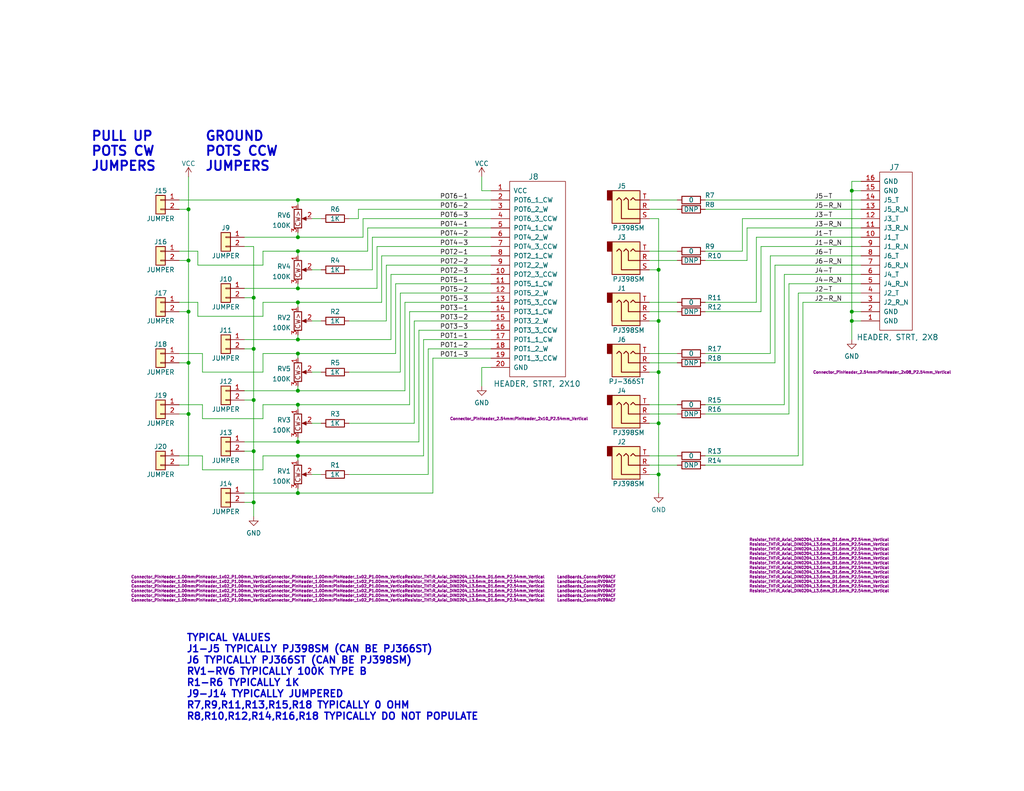
<source format=kicad_sch>
(kicad_sch (version 20230121) (generator eeschema)
  (paper "A")
  (title_block (title "6 POTS, 6 JACKS") (date "2022-10-28") (rev "1") (comment 1 "GENERIC EURORACK PANEL") (comment 2 "https://note.com/solder_state/n/nffc1a33053be"))
  (lib_symbols
    (symbol "Connector:AudioJack3"
      (property "Reference" "J" (at 0 8.89 0))
      (property "Value" "AudioJack3" (at 0 6.35 0))
      (symbol "AudioJack3_0_1"
        (rectangle (start -5.08 -5.08) (end -6.35 -2.54) (stroke (width 0.254)) (fill (type outline)))
        (polyline (pts (xy 0 -2.54) (xy 0.635 -3.175) (xy 1.27 -2.54) (xy 2.54 -2.54)) (stroke (width 0.254)))
        (polyline (pts (xy -1.905 -2.54) (xy -1.27 -3.175) (xy -0.635 -2.54) (xy -0.635 0) (xy 2.54 0)) (stroke (width 0.254)))
        (polyline (pts (xy 2.54 2.54) (xy -2.54 2.54) (xy -2.54 -2.54) (xy -3.175 -3.175) (xy -3.81 -2.54)) (stroke (width 0.254)))
        (rectangle (start 2.54 3.81) (end -5.08 -5.08) (stroke (width 0.254)) (fill (type background)))
      )
      (symbol "AudioJack3_1_1"
        (pin passive line (at 5.08 0 180) (length 2.54) (name "~") (number "R"))
        (pin passive line (at 5.08 2.54 180) (length 2.54) (name "~") (number "S"))
        (pin passive line (at 5.08 -2.54 180) (length 2.54) (name "~") (number "T"))
      )
    )
    (symbol "Connector_Generic:Conn_01x02" (pin_names (offset 1.016) hide)
      (property "Reference" "J" (at 0 2.54 0))
      (property "Value" "Conn_01x02" (at 0 -5.08 0))
      (symbol "Conn_01x02_1_1"
        (rectangle (start -1.27 -2.413) (end 0 -2.667) (stroke (width 0.1524)))
        (rectangle (start -1.27 0.127) (end 0 -0.127) (stroke (width 0.1524)))
        (rectangle (start -1.27 1.27) (end 1.27 -3.81) (stroke (width 0.254)) (fill (type background)))
        (pin passive line (at -5.08 0 0) (length 3.81) (name "Pin_1") (number "1"))
        (pin passive line (at -5.08 -2.54 0) (length 3.81) (name "Pin_2") (number "2"))
      )
    )
    (symbol "Device:R" (pin_numbers hide) (pin_names (offset 0))
      (property "Reference" "R" (at 2.032 0 90))
      (property "Value" "R" (at 0 0 90))
      (symbol "R_0_1"
        (rectangle (start -1.016 -2.54) (end 1.016 2.54) (stroke (width 0.254)))
      )
      (symbol "R_1_1"
        (pin passive line (at 0 3.81 270) (length 1.27) (name "~") (number "1"))
        (pin passive line (at 0 -3.81 90) (length 1.27) (name "~") (number "2"))
      )
    )
    (symbol "LandBoards_Conns:PROTO02_JACKS" (pin_names (offset 1.016))
      (property "Reference" "J" (at 0 22.86 0))
      (property "Value" "PROTO02_JACKS" (at 0 -22.86 0))
      (symbol "PROTO02_JACKS_0_1"
        (rectangle (start -5.08 21.59) (end 3.81 -21.59))
      )
      (symbol "PROTO02_JACKS_1_1"
        (pin power_in line (at 8.89 -19.05 180) (length 5.08) (name "GND") (number "1"))
        (pin passive line (at 8.89 3.81 180) (length 5.08) (name "J1_T") (number "10"))
        (pin passive line (at 8.89 6.35 180) (length 5.08) (name "J3_R_N") (number "11"))
        (pin passive line (at 8.89 8.89 180) (length 5.08) (name "J3_T") (number "12"))
        (pin passive line (at 8.89 11.43 180) (length 5.08) (name "J5_R_N") (number "13"))
        (pin passive line (at 8.89 13.97 180) (length 5.08) (name "J5_T") (number "14"))
        (pin power_in line (at 8.89 16.51 180) (length 5.08) (name "GND") (number "15"))
        (pin power_in line (at 8.89 19.05 180) (length 5.08) (name "GND") (number "16"))
        (pin power_in line (at 8.89 -16.51 180) (length 5.08) (name "GND") (number "2"))
        (pin passive line (at 8.89 -13.97 180) (length 5.08) (name "J2_R_N") (number "3"))
        (pin passive line (at 8.89 -11.43 180) (length 5.08) (name "J2_T") (number "4"))
        (pin passive line (at 8.89 -8.89 180) (length 5.08) (name "J4_R_N") (number "5"))
        (pin passive line (at 8.89 -6.35 180) (length 5.08) (name "J4_T") (number "6"))
        (pin passive line (at 8.89 -3.81 180) (length 5.08) (name "J6_R_N") (number "7"))
        (pin passive line (at 8.89 -1.27 180) (length 5.08) (name "J6_T") (number "8"))
        (pin passive line (at 8.89 1.27 180) (length 5.08) (name "J1_R_N") (number "9"))
      )
    )
    (symbol "LandBoards_Conns:PROTO02_POTS" (pin_names (offset 1.016))
      (property "Reference" "J" (at -1.27 27.94 0))
      (property "Value" "PROTO02_POTS" (at 0 -27.94 0))
      (symbol "PROTO02_POTS_0_1"
        (rectangle (start -8.89 26.67) (end 6.35 -26.67))
      )
      (symbol "PROTO02_POTS_1_1"
        (pin power_in line (at 11.43 24.13 180) (length 5.08) (name "VCC") (number "1"))
        (pin passive line (at 11.43 1.27 180) (length 5.08) (name "POT2_3_CCW") (number "10"))
        (pin passive line (at 11.43 -1.27 180) (length 5.08) (name "POT5_1_CW") (number "11"))
        (pin passive line (at 11.43 -3.81 180) (length 5.08) (name "POT5_2_W") (number "12"))
        (pin passive line (at 11.43 -6.35 180) (length 5.08) (name "POT5_3_CCW") (number "13"))
        (pin passive line (at 11.43 -8.89 180) (length 5.08) (name "POT3_1_CW") (number "14"))
        (pin passive line (at 11.43 -11.43 180) (length 5.08) (name "POT3_2_W") (number "15"))
        (pin passive line (at 11.43 -13.97 180) (length 5.08) (name "POT3_3_CCW") (number "16"))
        (pin passive line (at 11.43 -16.51 180) (length 5.08) (name "POT1_1_CW") (number "17"))
        (pin passive line (at 11.43 -19.05 180) (length 5.08) (name "POT1_2_W") (number "18"))
        (pin passive line (at 11.43 -21.59 180) (length 5.08) (name "POT1_3_CCW") (number "19"))
        (pin passive line (at 11.43 21.59 180) (length 5.08) (name "POT6_1_CW") (number "2"))
        (pin power_in line (at 11.43 -24.13 180) (length 5.08) (name "GND") (number "20"))
        (pin passive line (at 11.43 19.05 180) (length 5.08) (name "POT6_2_W") (number "3"))
        (pin passive line (at 11.43 16.51 180) (length 5.08) (name "POT6_3_CCW") (number "4"))
        (pin passive line (at 11.43 13.97 180) (length 5.08) (name "POT4_1_CW") (number "5"))
        (pin passive line (at 11.43 11.43 180) (length 5.08) (name "POT4_2_W") (number "6"))
        (pin passive line (at 11.43 8.89 180) (length 5.08) (name "POT4_3_CCW") (number "7"))
        (pin passive line (at 11.43 6.35 180) (length 5.08) (name "POT2_1_CW") (number "8"))
        (pin passive line (at 11.43 3.81 180) (length 5.08) (name "POT2_2_W") (number "9"))
      )
    )
    (symbol "LandBoards_Conns:R_Pot_CW" (pin_names (offset 1.016) hide)
      (property "Reference" "RV" (at -1.27 1.27 0))
      (property "Value" "R_Pot_CW" (at -1.27 -1.27 0))
      (symbol "R_Pot_CW_0_0"
        (text "CW>" (at 0 0 900) (effects (font (size 1.27 1.27))))
      )
      (symbol "R_Pot_CW_0_1"
        (polyline (pts (xy 2.54 0) (xy 1.524 0)))
        (polyline (pts (xy 1.143 0) (xy 2.286 0.508) (xy 2.286 -0.508) (xy 1.143 0)) (fill (type outline)))
        (rectangle (start 1.016 2.54) (end -1.016 -2.54) (stroke (width 0.254)))
      )
      (symbol "R_Pot_CW_1_1"
        (pin passive line (at 0 3.81 270) (length 1.27) (name "1") (number "1"))
        (pin passive line (at 3.81 0 180) (length 1.27) (name "2") (number "2"))
        (pin passive line (at 0 -3.81 90) (length 1.27) (name "3") (number "3"))
      )
    )
    (symbol "R_Pot_CW_1" (pin_names (offset 1.016) hide)
      (property "Reference" "RV" (at -1.27 1.27 0))
      (property "Value" "R_Pot_CW_1" (at -1.27 -1.27 0))
      (symbol "R_Pot_CW_1_0_0"
        (text "CW>" (at 0 0 900) (effects (font (size 1.27 1.27))))
      )
      (symbol "R_Pot_CW_1_0_1"
        (polyline (pts (xy 2.54 0) (xy 1.524 0)))
        (polyline (pts (xy 1.143 0) (xy 2.286 0.508) (xy 2.286 -0.508) (xy 1.143 0)) (fill (type outline)))
        (rectangle (start 1.016 2.54) (end -1.016 -2.54) (stroke (width 0.254)))
      )
      (symbol "R_Pot_CW_1_1_1"
        (pin passive line (at 0 3.81 270) (length 1.27) (name "1") (number "1"))
        (pin passive line (at 3.81 0 180) (length 1.27) (name "2") (number "2"))
        (pin passive line (at 0 -3.81 90) (length 1.27) (name "3") (number "3"))
      )
    )
    (symbol "R_Pot_CW_2" (pin_names (offset 1.016) hide)
      (property "Reference" "RV" (at -1.27 1.27 0))
      (property "Value" "R_Pot_CW_2" (at -1.27 -1.27 0))
      (symbol "R_Pot_CW_2_0_0"
        (text "CW>" (at 0 0 900) (effects (font (size 1.27 1.27))))
      )
      (symbol "R_Pot_CW_2_0_1"
        (polyline (pts (xy 2.54 0) (xy 1.524 0)))
        (polyline (pts (xy 1.143 0) (xy 2.286 0.508) (xy 2.286 -0.508) (xy 1.143 0)) (fill (type outline)))
        (rectangle (start 1.016 2.54) (end -1.016 -2.54) (stroke (width 0.254)))
      )
      (symbol "R_Pot_CW_2_1_1"
        (pin passive line (at 0 3.81 270) (length 1.27) (name "1") (number "1"))
        (pin passive line (at 3.81 0 180) (length 1.27) (name "2") (number "2"))
        (pin passive line (at 0 -3.81 90) (length 1.27) (name "3") (number "3"))
      )
    )
    (symbol "R_Pot_CW_3" (pin_names (offset 1.016) hide)
      (property "Reference" "RV" (at -1.27 1.27 0))
      (property "Value" "R_Pot_CW_3" (at -1.27 -1.27 0))
      (symbol "R_Pot_CW_3_0_0"
        (text "CW>" (at 0 0 900) (effects (font (size 1.27 1.27))))
      )
      (symbol "R_Pot_CW_3_0_1"
        (polyline (pts (xy 2.54 0) (xy 1.524 0)))
        (polyline (pts (xy 1.143 0) (xy 2.286 0.508) (xy 2.286 -0.508) (xy 1.143 0)) (fill (type outline)))
        (rectangle (start 1.016 2.54) (end -1.016 -2.54) (stroke (width 0.254)))
      )
      (symbol "R_Pot_CW_3_1_1"
        (pin passive line (at 0 3.81 270) (length 1.27) (name "1") (number "1"))
        (pin passive line (at 3.81 0 180) (length 1.27) (name "2") (number "2"))
        (pin passive line (at 0 -3.81 90) (length 1.27) (name "3") (number "3"))
      )
    )
    (symbol "R_Pot_CW_4" (pin_names (offset 1.016) hide)
      (property "Reference" "RV" (at -1.27 1.27 0))
      (property "Value" "R_Pot_CW_4" (at -1.27 -1.27 0))
      (symbol "R_Pot_CW_4_0_0"
        (text "CW>" (at 0 0 900) (effects (font (size 1.27 1.27))))
      )
      (symbol "R_Pot_CW_4_0_1"
        (polyline (pts (xy 2.54 0) (xy 1.524 0)))
        (polyline (pts (xy 1.143 0) (xy 2.286 0.508) (xy 2.286 -0.508) (xy 1.143 0)) (fill (type outline)))
        (rectangle (start 1.016 2.54) (end -1.016 -2.54) (stroke (width 0.254)))
      )
      (symbol "R_Pot_CW_4_1_1"
        (pin passive line (at 0 3.81 270) (length 1.27) (name "1") (number "1"))
        (pin passive line (at 3.81 0 180) (length 1.27) (name "2") (number "2"))
        (pin passive line (at 0 -3.81 90) (length 1.27) (name "3") (number "3"))
      )
    )
    (symbol "R_Pot_CW_5" (pin_names (offset 1.016) hide)
      (property "Reference" "RV" (at -1.27 1.27 0))
      (property "Value" "R_Pot_CW_5" (at -1.27 -1.27 0))
      (symbol "R_Pot_CW_5_0_0"
        (text "CW>" (at 0 0 900) (effects (font (size 1.27 1.27))))
      )
      (symbol "R_Pot_CW_5_0_1"
        (polyline (pts (xy 2.54 0) (xy 1.524 0)))
        (polyline (pts (xy 1.143 0) (xy 2.286 0.508) (xy 2.286 -0.508) (xy 1.143 0)) (fill (type outline)))
        (rectangle (start 1.016 2.54) (end -1.016 -2.54) (stroke (width 0.254)))
      )
      (symbol "R_Pot_CW_5_1_1"
        (pin passive line (at 0 3.81 270) (length 1.27) (name "1") (number "1"))
        (pin passive line (at 3.81 0 180) (length 1.27) (name "2") (number "2"))
        (pin passive line (at 0 -3.81 90) (length 1.27) (name "3") (number "3"))
      )
    )
    (symbol "power:GND" (power) (pin_names (offset 0))
      (property "Value" "GND" (at 0 -3.81 0))
      (symbol "GND_0_1"
        (polyline (pts (xy 0 0) (xy 0 -1.27) (xy 1.27 -1.27) (xy 0 -2.54) (xy -1.27 -1.27) (xy 0 -1.27)))
      )
      (symbol "GND_1_1"
        (pin power_in line (at 0 0 270) (length 0) hide (name "GND") (number "1"))
      )
    )
    (symbol "power:VCC" (power) (pin_names (offset 0))
      (property "Value" "VCC" (at 0 3.81 0))
      (symbol "VCC_0_1"
        (polyline (pts (xy -0.762 1.27) (xy 0 2.54)))
        (polyline (pts (xy 0 0) (xy 0 2.54)))
        (polyline (pts (xy 0 2.54) (xy 0.762 1.27)))
      )
      (symbol "VCC_1_1"
        (pin power_in line (at 0 0 90) (length 0) hide (name "VCC") (number "1"))
      )
    )
  )
  (junction (at 81.28 134.62))
  (junction (at 81.28 92.71))
  (junction (at 51.435 71.12))
  (junction (at 232.41 52.07))
  (junction (at 81.28 120.65))
  (junction (at 232.41 85.09))
  (junction (at 179.705 73.66))
  (junction (at 69.215 123.19))
  (junction (at 51.435 113.03))
  (junction (at 81.28 54.61))
  (junction (at 81.28 68.58))
  (junction (at 81.28 78.74))
  (junction (at 69.215 137.16))
  (junction (at 179.705 129.54))
  (junction (at 179.705 101.6))
  (junction (at 179.705 115.57))
  (junction (at 81.28 82.55))
  (junction (at 232.41 87.63))
  (junction (at 51.435 57.15))
  (junction (at 179.705 87.63))
  (junction (at 81.28 110.49))
  (junction (at 81.28 106.68))
  (junction (at 81.28 96.52))
  (junction (at 51.435 99.06))
  (junction (at 51.435 85.09))
  (junction (at 69.215 81.28))
  (junction (at 69.215 109.22))
  (junction (at 81.28 64.77))
  (junction (at 81.28 124.46))
  (junction (at 69.215 95.25))
  (wire (pts (xy 48.895 127) (xy 51.435 127)))
  (wire (pts (xy 177.165 96.52) (xy 184.785 96.52)))
  (wire (pts (xy 81.28 92.71) (xy 106.68 92.71)))
  (wire (pts (xy 219.075 127) (xy 219.075 82.55)))
  (wire (pts (xy 192.405 124.46) (xy 217.805 124.46)))
  (wire (pts (xy 114.3 120.65) (xy 114.3 90.17)))
  (wire (pts (xy 81.28 97.79) (xy 81.28 96.52)))
  (wire (pts (xy 177.165 115.57) (xy 179.705 115.57)))
  (wire (pts (xy 133.985 85.09) (xy 111.76 85.09)))
  (wire (pts (xy 133.985 77.47) (xy 107.95 77.47)))
  (wire (pts (xy 177.165 57.15) (xy 184.785 57.15)))
  (wire (pts (xy 109.22 101.6) (xy 95.25 101.6)))
  (wire (pts (xy 66.675 92.71) (xy 81.28 92.71)))
  (wire (pts (xy 179.705 73.66) (xy 179.705 87.63)))
  (wire (pts (xy 133.985 87.63) (xy 113.03 87.63)))
  (wire (pts (xy 48.895 57.15) (xy 51.435 57.15)))
  (wire (pts (xy 81.28 110.49) (xy 71.755 110.49)))
  (wire (pts (xy 71.755 72.39) (xy 53.975 72.39)))
  (wire (pts (xy 202.565 68.58) (xy 202.565 59.69)))
  (wire (pts (xy 116.84 95.25) (xy 116.84 129.54)))
  (wire (pts (xy 100.33 68.58) (xy 100.33 62.23)))
  (wire (pts (xy 81.28 77.47) (xy 81.28 78.74)))
  (wire (pts (xy 110.49 82.55) (xy 110.49 106.68)))
  (wire (pts (xy 234.95 49.53) (xy 232.41 49.53)))
  (wire (pts (xy 81.28 96.52) (xy 71.755 96.52)))
  (wire (pts (xy 210.185 69.85) (xy 234.95 69.85)))
  (wire (pts (xy 177.165 113.03) (xy 184.785 113.03)))
  (wire (pts (xy 81.28 69.85) (xy 81.28 68.58)))
  (wire (pts (xy 71.755 128.27) (xy 55.245 128.27)))
  (wire (pts (xy 87.63 129.54) (xy 85.09 129.54)))
  (wire (pts (xy 192.405 57.15) (xy 234.95 57.15)))
  (wire (pts (xy 53.975 86.36) (xy 53.975 82.55)))
  (wire (pts (xy 104.14 82.55) (xy 104.14 69.85)))
  (wire (pts (xy 48.895 85.09) (xy 51.435 85.09)))
  (wire (pts (xy 118.11 97.79) (xy 118.11 134.62)))
  (wire (pts (xy 177.165 68.58) (xy 184.785 68.58)))
  (wire (pts (xy 81.28 111.76) (xy 81.28 110.49)))
  (wire (pts (xy 232.41 85.09) (xy 234.95 85.09)))
  (wire (pts (xy 66.675 67.31) (xy 69.215 67.31)))
  (wire (pts (xy 177.165 99.06) (xy 184.785 99.06)))
  (wire (pts (xy 81.28 68.58) (xy 100.33 68.58)))
  (wire (pts (xy 113.03 87.63) (xy 113.03 115.57)))
  (wire (pts (xy 81.28 124.46) (xy 115.57 124.46)))
  (wire (pts (xy 114.3 90.17) (xy 133.985 90.17)))
  (wire (pts (xy 69.215 95.25) (xy 69.215 109.22)))
  (wire (pts (xy 81.28 91.44) (xy 81.28 92.71)))
  (wire (pts (xy 81.28 120.65) (xy 114.3 120.65)))
  (wire (pts (xy 69.215 81.28) (xy 69.215 95.25)))
  (wire (pts (xy 81.28 134.62) (xy 118.11 134.62)))
  (wire (pts (xy 81.28 68.58) (xy 71.755 68.58)))
  (wire (pts (xy 81.28 133.35) (xy 81.28 134.62)))
  (wire (pts (xy 192.405 99.06) (xy 211.455 99.06)))
  (wire (pts (xy 81.28 54.61) (xy 81.28 55.88)))
  (wire (pts (xy 55.245 124.46) (xy 48.895 124.46)))
  (wire (pts (xy 109.22 80.01) (xy 109.22 101.6)))
  (wire (pts (xy 95.25 129.54) (xy 116.84 129.54)))
  (wire (pts (xy 53.975 82.55) (xy 48.895 82.55)))
  (wire (pts (xy 81.28 96.52) (xy 107.95 96.52)))
  (wire (pts (xy 232.41 87.63) (xy 234.95 87.63)))
  (wire (pts (xy 48.895 68.58) (xy 53.975 68.58)))
  (wire (pts (xy 66.675 106.68) (xy 81.28 106.68)))
  (wire (pts (xy 87.63 87.63) (xy 85.09 87.63)))
  (wire (pts (xy 202.565 59.69) (xy 234.95 59.69)))
  (wire (pts (xy 219.075 82.55) (xy 234.95 82.55)))
  (wire (pts (xy 177.165 73.66) (xy 179.705 73.66)))
  (wire (pts (xy 232.41 52.07) (xy 232.41 85.09)))
  (wire (pts (xy 85.09 59.69) (xy 87.63 59.69)))
  (wire (pts (xy 232.41 49.53) (xy 232.41 52.07)))
  (wire (pts (xy 217.805 80.01) (xy 234.95 80.01)))
  (wire (pts (xy 55.245 110.49) (xy 48.895 110.49)))
  (wire (pts (xy 102.87 67.31) (xy 133.985 67.31)))
  (wire (pts (xy 95.25 87.63) (xy 105.41 87.63)))
  (wire (pts (xy 192.405 96.52) (xy 210.185 96.52)))
  (wire (pts (xy 69.215 67.31) (xy 69.215 81.28)))
  (wire (pts (xy 192.405 54.61) (xy 234.95 54.61)))
  (wire (pts (xy 66.675 137.16) (xy 69.215 137.16)))
  (wire (pts (xy 107.95 77.47) (xy 107.95 96.52)))
  (wire (pts (xy 48.895 99.06) (xy 51.435 99.06)))
  (wire (pts (xy 87.63 115.57) (xy 85.09 115.57)))
  (wire (pts (xy 51.435 57.15) (xy 51.435 71.12)))
  (wire (pts (xy 177.165 59.69) (xy 179.705 59.69)))
  (wire (pts (xy 48.895 54.61) (xy 81.28 54.61)))
  (wire (pts (xy 203.835 71.12) (xy 203.835 62.23)))
  (wire (pts (xy 48.895 71.12) (xy 51.435 71.12)))
  (wire (pts (xy 105.41 72.39) (xy 105.41 87.63)))
  (wire (pts (xy 177.165 127) (xy 184.785 127)))
  (wire (pts (xy 210.185 96.52) (xy 210.185 69.85)))
  (wire (pts (xy 211.455 72.39) (xy 234.95 72.39)))
  (wire (pts (xy 192.405 85.09) (xy 207.645 85.09)))
  (wire (pts (xy 232.41 87.63) (xy 232.41 92.71)))
  (wire (pts (xy 113.03 115.57) (xy 95.25 115.57)))
  (wire (pts (xy 66.675 64.77) (xy 81.28 64.77)))
  (wire (pts (xy 192.405 127) (xy 219.075 127)))
  (wire (pts (xy 102.87 78.74) (xy 102.87 67.31)))
  (wire (pts (xy 71.755 101.6) (xy 55.245 101.6)))
  (wire (pts (xy 71.755 86.36) (xy 53.975 86.36)))
  (wire (pts (xy 133.985 57.15) (xy 97.79 57.15)))
  (wire (pts (xy 232.41 85.09) (xy 232.41 87.63)))
  (wire (pts (xy 177.165 129.54) (xy 179.705 129.54)))
  (wire (pts (xy 71.755 68.58) (xy 71.755 72.39)))
  (wire (pts (xy 101.6 73.66) (xy 101.6 64.77)))
  (wire (pts (xy 177.165 82.55) (xy 184.785 82.55)))
  (wire (pts (xy 192.405 68.58) (xy 202.565 68.58)))
  (wire (pts (xy 48.895 113.03) (xy 51.435 113.03)))
  (wire (pts (xy 55.245 101.6) (xy 55.245 96.52)))
  (wire (pts (xy 69.215 137.16) (xy 69.215 140.97)))
  (wire (pts (xy 133.985 72.39) (xy 105.41 72.39)))
  (wire (pts (xy 115.57 92.71) (xy 115.57 124.46)))
  (wire (pts (xy 179.705 59.69) (xy 179.705 73.66)))
  (wire (pts (xy 81.28 105.41) (xy 81.28 106.68)))
  (wire (pts (xy 66.675 123.19) (xy 69.215 123.19)))
  (wire (pts (xy 81.28 125.73) (xy 81.28 124.46)))
  (wire (pts (xy 66.675 78.74) (xy 81.28 78.74)))
  (wire (pts (xy 100.33 62.23) (xy 133.985 62.23)))
  (wire (pts (xy 55.245 96.52) (xy 48.895 96.52)))
  (wire (pts (xy 51.435 113.03) (xy 51.435 127)))
  (wire (pts (xy 106.68 74.93) (xy 106.68 92.71)))
  (wire (pts (xy 131.445 100.33) (xy 131.445 105.41)))
  (wire (pts (xy 206.375 64.77) (xy 234.95 64.77)))
  (wire (pts (xy 71.755 110.49) (xy 71.755 114.3)))
  (wire (pts (xy 81.28 64.77) (xy 99.06 64.77)))
  (wire (pts (xy 71.755 114.3) (xy 55.245 114.3)))
  (wire (pts (xy 53.975 72.39) (xy 53.975 68.58)))
  (wire (pts (xy 81.28 110.49) (xy 111.76 110.49)))
  (wire (pts (xy 55.245 128.27) (xy 55.245 124.46)))
  (wire (pts (xy 177.165 85.09) (xy 184.785 85.09)))
  (wire (pts (xy 179.705 129.54) (xy 179.705 134.62)))
  (wire (pts (xy 215.265 113.03) (xy 215.265 77.47)))
  (wire (pts (xy 66.675 109.22) (xy 69.215 109.22)))
  (wire (pts (xy 95.25 73.66) (xy 101.6 73.66)))
  (wire (pts (xy 71.755 82.55) (xy 71.755 86.36)))
  (wire (pts (xy 81.28 63.5) (xy 81.28 64.77)))
  (wire (pts (xy 55.245 114.3) (xy 55.245 110.49)))
  (wire (pts (xy 177.165 87.63) (xy 179.705 87.63)))
  (wire (pts (xy 207.645 67.31) (xy 234.95 67.31)))
  (wire (pts (xy 71.755 96.52) (xy 71.755 101.6)))
  (wire (pts (xy 104.14 69.85) (xy 133.985 69.85)))
  (wire (pts (xy 111.76 85.09) (xy 111.76 110.49)))
  (wire (pts (xy 101.6 64.77) (xy 133.985 64.77)))
  (wire (pts (xy 177.165 54.61) (xy 184.785 54.61)))
  (wire (pts (xy 179.705 115.57) (xy 179.705 129.54)))
  (wire (pts (xy 179.705 87.63) (xy 179.705 101.6)))
  (wire (pts (xy 69.215 109.22) (xy 69.215 123.19)))
  (wire (pts (xy 133.985 52.07) (xy 131.445 52.07)))
  (wire (pts (xy 213.995 110.49) (xy 213.995 74.93)))
  (wire (pts (xy 177.165 124.46) (xy 184.785 124.46)))
  (wire (pts (xy 110.49 106.68) (xy 81.28 106.68)))
  (wire (pts (xy 133.985 92.71) (xy 115.57 92.71)))
  (wire (pts (xy 215.265 77.47) (xy 234.95 77.47)))
  (wire (pts (xy 133.985 97.79) (xy 118.11 97.79)))
  (wire (pts (xy 192.405 82.55) (xy 206.375 82.55)))
  (wire (pts (xy 133.985 95.25) (xy 116.84 95.25)))
  (wire (pts (xy 211.455 99.06) (xy 211.455 72.39)))
  (wire (pts (xy 99.06 59.69) (xy 133.985 59.69)))
  (wire (pts (xy 213.995 74.93) (xy 234.95 74.93)))
  (wire (pts (xy 51.435 71.12) (xy 51.435 85.09)))
  (wire (pts (xy 133.985 74.93) (xy 106.68 74.93)))
  (wire (pts (xy 66.675 134.62) (xy 81.28 134.62)))
  (wire (pts (xy 133.985 82.55) (xy 110.49 82.55)))
  (wire (pts (xy 95.25 59.69) (xy 97.79 59.69)))
  (wire (pts (xy 81.28 54.61) (xy 133.985 54.61)))
  (wire (pts (xy 81.28 83.82) (xy 81.28 82.55)))
  (wire (pts (xy 131.445 100.33) (xy 133.985 100.33)))
  (wire (pts (xy 192.405 71.12) (xy 203.835 71.12)))
  (wire (pts (xy 85.09 73.66) (xy 87.63 73.66)))
  (wire (pts (xy 133.985 80.01) (xy 109.22 80.01)))
  (wire (pts (xy 71.755 124.46) (xy 71.755 128.27)))
  (wire (pts (xy 51.435 85.09) (xy 51.435 99.06)))
  (wire (pts (xy 206.375 82.55) (xy 206.375 64.77)))
  (wire (pts (xy 232.41 52.07) (xy 234.95 52.07)))
  (wire (pts (xy 192.405 110.49) (xy 213.995 110.49)))
  (wire (pts (xy 66.675 95.25) (xy 69.215 95.25)))
  (wire (pts (xy 177.165 110.49) (xy 184.785 110.49)))
  (wire (pts (xy 81.28 124.46) (xy 71.755 124.46)))
  (wire (pts (xy 99.06 64.77) (xy 99.06 59.69)))
  (wire (pts (xy 81.28 82.55) (xy 104.14 82.55)))
  (wire (pts (xy 131.445 48.26) (xy 131.445 52.07)))
  (wire (pts (xy 207.645 85.09) (xy 207.645 67.31)))
  (wire (pts (xy 97.79 57.15) (xy 97.79 59.69)))
  (wire (pts (xy 81.28 78.74) (xy 102.87 78.74)))
  (wire (pts (xy 203.835 62.23) (xy 234.95 62.23)))
  (wire (pts (xy 81.28 119.38) (xy 81.28 120.65)))
  (wire (pts (xy 66.675 81.28) (xy 69.215 81.28)))
  (wire (pts (xy 192.405 113.03) (xy 215.265 113.03)))
  (wire (pts (xy 179.705 101.6) (xy 179.705 115.57)))
  (wire (pts (xy 69.215 123.19) (xy 69.215 137.16)))
  (wire (pts (xy 81.28 82.55) (xy 71.755 82.55)))
  (wire (pts (xy 66.675 120.65) (xy 81.28 120.65)))
  (wire (pts (xy 87.63 101.6) (xy 85.09 101.6)))
  (wire (pts (xy 177.165 71.12) (xy 184.785 71.12)))
  (wire (pts (xy 51.435 99.06) (xy 51.435 113.03)))
  (wire (pts (xy 51.435 48.26) (xy 51.435 57.15)))
  (wire (pts (xy 177.165 101.6) (xy 179.705 101.6)))
  (wire (pts (xy 217.805 124.46) (xy 217.805 80.01)))
  (text "TYPICAL VALUES\nJ1-J5 TYPICALLY PJ398SM (CAN BE PJ366ST)\nJ6 TYPICALLY PJ366ST (CAN BE PJ398SM)\nRV1-RV6 TYPICALLY 100K TYPE B\nR1-R6 TYPICALLY 1K\nJ9-J14 TYPICALLY JUMPERED\nR7,R9,R11,R13,R15,R18 TYPICALLY 0 OHM\nR8,R10,R12,R14,R16,R18 TYPICALLY DO NOT POPULATE" (at 50.8 196.85 0) (effects (font (size 1.905 1.905) (thickness 0.381) bold) (justify left bottom)))
  (text "GROUND\nPOTS CCW\nJUMPERS" (at 55.88 46.99 0) (effects (font (size 2.54 2.54) (thickness 0.508) bold) (justify left bottom)))
  (text "PULL UP\nPOTS CW\nJUMPERS" (at 24.765 46.99 0) (effects (font (size 2.54 2.54) (thickness 0.508) bold) (justify left bottom)))
  (label "J6-T" (at 222.25 69.85 0))
  (label "J3-T" (at 222.25 59.69 0))
  (label "POT4-2" (at 120.015 64.77 0))
  (label "POT2-2" (at 120.015 72.39 0))
  (label "POT3-3" (at 120.015 90.17 0))
  (label "J1-T" (at 222.25 64.77 0))
  (label "J2-T" (at 222.25 80.01 0))
  (label "POT4-3" (at 120.015 67.31 0))
  (label "POT6-2" (at 120.015 57.15 0))
  (label "J3-R_N" (at 222.25 62.23 0))
  (label "J4-T" (at 222.25 74.93 0))
  (label "POT5-1" (at 120.015 77.47 0))
  (label "POT4-1" (at 120.015 62.23 0))
  (label "POT1-1" (at 120.015 92.71 0))
  (label "POT3-2" (at 120.015 87.63 0))
  (label "POT6-1" (at 120.015 54.61 0))
  (label "POT5-3" (at 120.015 82.55 0))
  (label "J5-T" (at 222.25 54.61 0))
  (label "POT2-1" (at 120.015 69.85 0))
  (label "POT5-2" (at 120.015 80.01 0))
  (label "POT6-3" (at 120.015 59.69 0))
  (label "J5-R_N" (at 222.25 57.15 0))
  (label "POT3-1" (at 120.015 85.09 0))
  (label "POT2-3" (at 120.015 74.93 0))
  (label "J2-R_N" (at 222.25 82.55 0))
  (label "POT1-2" (at 120.015 95.25 0))
  (label "J4-R_N" (at 222.25 77.47 0))
  (label "POT1-3" (at 120.015 97.79 0))
  (label "J1-R_N" (at 222.25 67.31 0))
  (label "J6-R_N" (at 222.25 72.39 0))
  (symbol (lib_id "Connector_Generic:Conn_01x02") (at 43.815 124.46 0) (mirror y) (unit 1)
    (property "Reference" "J20" (at 43.815 121.92 0))
    (property "Value" "JUMPER" (at 43.815 129.54 0))
    (property "Footprint" "Connector_PinHeader_1.00mm:PinHeader_1x02_P1.00mm_Vertical" (at 54.61 163.83 0) (effects (font (size 0.762 0.762))))
  )
  (symbol (lib_id "Connector_Generic:Conn_01x02") (at 43.815 96.52 0) (mirror y) (unit 1)
    (property "Reference" "J18" (at 43.815 93.98 0))
    (property "Value" "JUMPER" (at 43.815 101.6 0))
    (property "Footprint" "Connector_PinHeader_1.00mm:PinHeader_1x02_P1.00mm_Vertical" (at 54.61 161.29 0) (effects (font (size 0.762 0.762))))
  )
  (symbol (lib_id "power:GND") (at 232.41 92.71 0) (unit 1)
    (property "Reference" "#PWR0102" (effects hide))
    (property "Value" "GND" (at 232.41 97.2725 0))
  )
  (symbol (lib_id "Device:R") (at 91.44 115.57 90) (unit 1)
    (property "Reference" "R3" (at 91.44 113.03 90))
    (property "Value" "1K" (at 91.44 115.57 90))
    (property "Footprint" "Resistor_THT:R_Axial_DIN0204_L3.6mm_D1.6mm_P2.54mm_Vertical" (at 129.54 162.56 90) (effects (font (size 0.762 0.762))))
    (property "Datasheet" "https://www.mouser.com/ProductDetail/Xicon/299-2.2K-RC?qs=QaPBMFBEHz3RDbXknTj%252ByA%3D%3D" (effects hide))
  )
  (symbol (lib_id "Connector_Generic:Conn_01x02") (at 43.815 82.55 0) (mirror y) (unit 1)
    (property "Reference" "J17" (at 43.815 80.01 0))
    (property "Value" "JUMPER" (at 43.815 87.63 0))
    (property "Footprint" "Connector_PinHeader_1.00mm:PinHeader_1x02_P1.00mm_Vertical" (at 54.61 160.02 0) (effects (font (size 0.762 0.762))))
  )
  (symbol (lib_id "Device:R") (at 188.595 85.09 90) (unit 1)
    (property "Reference" "R12" (at 194.945 83.82 90))
    (property "Value" "DNP" (at 188.595 85.09 90))
    (property "Footprint" "Resistor_THT:R_Axial_DIN0204_L3.6mm_D1.6mm_P2.54mm_Vertical" (at 223.52 153.67 90) (effects (font (size 0.762 0.762))))
    (property "Datasheet" "https://www.mouser.com/ProductDetail/Xicon/299-2.2K-RC?qs=QaPBMFBEHz3RDbXknTj%252ByA%3D%3D" (effects hide))
  )
  (symbol (lib_name "R_Pot_CW_5") (lib_id "LandBoards_Conns:R_Pot_CW") (at 81.28 73.66 0) (unit 1)
    (property "Reference" "RV4" (at 79.3845 72.7515 0) (effects (justify right)))
    (property "Value" "100K" (at 79.3845 75.5266 0) (effects (justify right)))
    (property "Footprint" "LandBoards_Conns:RV09ACF" (at 160.02 158.75 0) (effects (font (size 0.762 0.762))))
  )
  (symbol (lib_id "Connector_Generic:Conn_01x02") (at 61.595 92.71 0) (mirror y) (unit 1)
    (property "Reference" "J11" (at 61.595 90.17 0))
    (property "Value" "JUMPER" (at 61.595 97.79 0))
    (property "Footprint" "Connector_PinHeader_1.00mm:PinHeader_1x02_P1.00mm_Vertical" (at 92.075 160.02 0) (effects (font (size 0.762 0.762))))
  )
  (symbol (lib_id "Device:R") (at 188.595 68.58 90) (unit 1)
    (property "Reference" "R9" (at 193.675 67.31 90))
    (property "Value" "0" (at 188.595 68.58 90))
    (property "Footprint" "Resistor_THT:R_Axial_DIN0204_L3.6mm_D1.6mm_P2.54mm_Vertical" (at 223.52 149.86 90) (effects (font (size 0.762 0.762))))
    (property "Datasheet" "https://www.mouser.com/ProductDetail/Xicon/299-2.2K-RC?qs=QaPBMFBEHz3RDbXknTj%252ByA%3D%3D" (effects hide))
  )
  (symbol (lib_id "Connector:AudioJack3") (at 172.085 57.15 0) (mirror x) (unit 1)
    (property "Reference" "J5" (at 170.815 50.8 0) (effects (justify right)))
    (property "Value" "PJ398SM" (at 175.895 62.23 0) (effects (justify right)))
    (property "Footprint" "AudioJacks:Jack_3.5mm_QingPu_WQP-PJ366ST_Vertical" (effects hide))
  )
  (symbol (lib_id "LandBoards_Conns:R_Pot_CW") (at 81.28 59.69 0) (unit 1)
    (property "Reference" "RV6" (at 79.3845 58.7815 0) (effects (justify right)))
    (property "Value" "100K" (at 79.3845 61.5566 0) (effects (justify right)))
    (property "Footprint" "LandBoards_Conns:RV09ACF" (at 160.02 157.48 0) (effects (font (size 0.762 0.762))))
  )
  (symbol (lib_id "power:GND") (at 179.705 134.62 0) (unit 1)
    (property "Reference" "#PWR0103" (effects hide))
    (property "Value" "GND" (at 179.705 139.1825 0))
  )
  (symbol (lib_id "Device:R") (at 91.44 59.69 90) (unit 1)
    (property "Reference" "R6" (at 91.44 57.15 90))
    (property "Value" "1K" (at 91.44 59.69 90))
    (property "Footprint" "Resistor_THT:R_Axial_DIN0204_L3.6mm_D1.6mm_P2.54mm_Vertical" (at 129.54 157.48 90) (effects (font (size 0.762 0.762))))
    (property "Datasheet" "https://www.mouser.com/ProductDetail/Xicon/299-2.2K-RC?qs=QaPBMFBEHz3RDbXknTj%252ByA%3D%3D" (effects hide))
  )
  (symbol (lib_id "Device:R") (at 91.44 87.63 90) (unit 1)
    (property "Reference" "R2" (at 91.44 85.09 90))
    (property "Value" "1K" (at 91.44 87.63 90))
    (property "Footprint" "Resistor_THT:R_Axial_DIN0204_L3.6mm_D1.6mm_P2.54mm_Vertical" (at 129.54 160.02 90) (effects (font (size 0.762 0.762))))
    (property "Datasheet" "https://www.mouser.com/ProductDetail/Xicon/299-2.2K-RC?qs=QaPBMFBEHz3RDbXknTj%252ByA%3D%3D" (effects hide))
  )
  (symbol (lib_name "R_Pot_CW_2") (lib_id "LandBoards_Conns:R_Pot_CW") (at 81.28 87.63 0) (unit 1)
    (property "Reference" "RV2" (at 79.3845 86.7215 0) (effects (justify right)))
    (property "Value" "100K" (at 79.3845 89.4966 0) (effects (justify right)))
    (property "Footprint" "LandBoards_Conns:RV09ACF" (at 160.02 160.02 0) (effects (font (size 0.762 0.762))))
  )
  (symbol (lib_id "Connector_Generic:Conn_01x02") (at 61.595 64.77 0) (mirror y) (unit 1)
    (property "Reference" "J9" (at 61.595 62.23 0))
    (property "Value" "JUMPER" (at 61.595 69.85 0))
    (property "Footprint" "Connector_PinHeader_1.00mm:PinHeader_1x02_P1.00mm_Vertical" (at 92.075 157.48 0) (effects (font (size 0.762 0.762))))
  )
  (symbol (lib_id "Device:R") (at 188.595 71.12 90) (unit 1)
    (property "Reference" "R10" (at 194.945 69.85 90))
    (property "Value" "DNP" (at 188.595 71.12 90))
    (property "Footprint" "Resistor_THT:R_Axial_DIN0204_L3.6mm_D1.6mm_P2.54mm_Vertical" (at 223.52 151.13 90) (effects (font (size 0.762 0.762))))
    (property "Datasheet" "https://www.mouser.com/ProductDetail/Xicon/299-2.2K-RC?qs=QaPBMFBEHz3RDbXknTj%252ByA%3D%3D" (effects hide))
  )
  (symbol (lib_id "Device:R") (at 188.595 82.55 90) (unit 1)
    (property "Reference" "R11" (at 194.945 81.28 90))
    (property "Value" "0" (at 188.595 82.55 90))
    (property "Footprint" "Resistor_THT:R_Axial_DIN0204_L3.6mm_D1.6mm_P2.54mm_Vertical" (at 223.52 152.4 90) (effects (font (size 0.762 0.762))))
    (property "Datasheet" "https://www.mouser.com/ProductDetail/Xicon/299-2.2K-RC?qs=QaPBMFBEHz3RDbXknTj%252ByA%3D%3D" (effects hide))
  )
  (symbol (lib_id "Connector_Generic:Conn_01x02") (at 43.815 54.61 0) (mirror y) (unit 1)
    (property "Reference" "J15" (at 43.815 52.07 0))
    (property "Value" "JUMPER" (at 43.815 59.69 0))
    (property "Footprint" "Connector_PinHeader_1.00mm:PinHeader_1x02_P1.00mm_Vertical" (at 54.61 157.48 0) (effects (font (size 0.762 0.762))))
  )
  (symbol (lib_id "Connector_Generic:Conn_01x02") (at 43.815 68.58 0) (mirror y) (unit 1)
    (property "Reference" "J16" (at 43.815 66.04 0))
    (property "Value" "JUMPER" (at 43.815 73.66 0))
    (property "Footprint" "Connector_PinHeader_1.00mm:PinHeader_1x02_P1.00mm_Vertical" (at 54.61 158.75 0) (effects (font (size 0.762 0.762))))
  )
  (symbol (lib_id "Device:R") (at 91.44 101.6 90) (unit 1)
    (property "Reference" "R5" (at 91.44 99.06 90))
    (property "Value" "1K" (at 91.44 101.6 90))
    (property "Footprint" "Resistor_THT:R_Axial_DIN0204_L3.6mm_D1.6mm_P2.54mm_Vertical" (at 129.54 161.29 90) (effects (font (size 0.762 0.762))))
    (property "Datasheet" "https://www.mouser.com/ProductDetail/Xicon/299-2.2K-RC?qs=QaPBMFBEHz3RDbXknTj%252ByA%3D%3D" (effects hide))
  )
  (symbol (lib_id "Connector_Generic:Conn_01x02") (at 61.595 106.68 0) (mirror y) (unit 1)
    (property "Reference" "J12" (at 61.595 104.14 0))
    (property "Value" "JUMPER" (at 61.595 111.76 0))
    (property "Footprint" "Connector_PinHeader_1.00mm:PinHeader_1x02_P1.00mm_Vertical" (at 92.075 161.29 0) (effects (font (size 0.762 0.762))))
  )
  (symbol (lib_id "power:VCC") (at 131.445 48.26 0) (unit 1)
    (property "Reference" "#PWR0105" (effects hide))
    (property "Value" "VCC" (at 131.445 44.6555 0))
  )
  (symbol (lib_id "Device:R") (at 91.44 129.54 90) (unit 1)
    (property "Reference" "R1" (at 91.44 127 90))
    (property "Value" "1K" (at 91.44 129.54 90))
    (property "Footprint" "Resistor_THT:R_Axial_DIN0204_L3.6mm_D1.6mm_P2.54mm_Vertical" (at 129.54 163.83 90) (effects (font (size 0.762 0.762))))
    (property "Datasheet" "https://www.mouser.com/ProductDetail/Xicon/299-2.2K-RC?qs=QaPBMFBEHz3RDbXknTj%252ByA%3D%3D" (effects hide))
  )
  (symbol (lib_id "Device:R") (at 188.595 96.52 90) (unit 1)
    (property "Reference" "R17" (at 194.945 95.25 90))
    (property "Value" "0" (at 188.595 96.52 90))
    (property "Footprint" "Resistor_THT:R_Axial_DIN0204_L3.6mm_D1.6mm_P2.54mm_Vertical" (at 223.52 154.94 90) (effects (font (size 0.762 0.762))))
    (property "Datasheet" "https://www.mouser.com/ProductDetail/Xicon/299-2.2K-RC?qs=QaPBMFBEHz3RDbXknTj%252ByA%3D%3D" (effects hide))
  )
  (symbol (lib_id "Connector_Generic:Conn_01x02") (at 61.595 134.62 0) (mirror y) (unit 1)
    (property "Reference" "J14" (at 61.595 132.08 0))
    (property "Value" "JUMPER" (at 61.595 139.7 0))
    (property "Footprint" "Connector_PinHeader_1.00mm:PinHeader_1x02_P1.00mm_Vertical" (at 92.075 163.83 0) (effects (font (size 0.762 0.762))))
  )
  (symbol (lib_id "Device:R") (at 188.595 110.49 90) (unit 1)
    (property "Reference" "R15" (at 194.945 109.22 90))
    (property "Value" "0" (at 188.595 110.49 90))
    (property "Footprint" "Resistor_THT:R_Axial_DIN0204_L3.6mm_D1.6mm_P2.54mm_Vertical" (at 223.52 157.48 90) (effects (font (size 0.762 0.762))))
    (property "Datasheet" "https://www.mouser.com/ProductDetail/Xicon/299-2.2K-RC?qs=QaPBMFBEHz3RDbXknTj%252ByA%3D%3D" (effects hide))
  )
  (symbol (lib_id "Connector:AudioJack3") (at 172.085 85.09 0) (mirror x) (unit 1)
    (property "Reference" "J1" (at 170.815 78.74 0) (effects (justify right)))
    (property "Value" "PJ398SM" (at 175.895 90.17 0) (effects (justify right)))
    (property "Footprint" "AudioJacks:Jack_3.5mm_QingPu_WQP-PJ366ST_Vertical" (effects hide))
  )
  (symbol (lib_id "Device:R") (at 188.595 57.15 90) (unit 1)
    (property "Reference" "R8" (at 193.675 55.88 90))
    (property "Value" "DNP" (at 188.595 57.15 90))
    (property "Footprint" "Resistor_THT:R_Axial_DIN0204_L3.6mm_D1.6mm_P2.54mm_Vertical" (at 223.52 148.59 90) (effects (font (size 0.762 0.762))))
    (property "Datasheet" "https://www.mouser.com/ProductDetail/Xicon/299-2.2K-RC?qs=QaPBMFBEHz3RDbXknTj%252ByA%3D%3D" (effects hide))
  )
  (symbol (lib_id "Device:R") (at 91.44 73.66 90) (unit 1)
    (property "Reference" "R4" (at 91.44 71.12 90))
    (property "Value" "1K" (at 91.44 73.66 90))
    (property "Footprint" "Resistor_THT:R_Axial_DIN0204_L3.6mm_D1.6mm_P2.54mm_Vertical" (at 129.54 158.75 90) (effects (font (size 0.762 0.762))))
    (property "Datasheet" "https://www.mouser.com/ProductDetail/Xicon/299-2.2K-RC?qs=QaPBMFBEHz3RDbXknTj%252ByA%3D%3D" (effects hide))
  )
  (symbol (lib_id "power:GND") (at 69.215 140.97 0) (unit 1)
    (property "Reference" "#PWR0104" (effects hide))
    (property "Value" "GND" (at 69.215 145.5325 0))
  )
  (symbol (lib_id "Connector_Generic:Conn_01x02") (at 43.815 110.49 0) (mirror y) (unit 1)
    (property "Reference" "J19" (at 43.815 107.95 0))
    (property "Value" "JUMPER" (at 43.815 115.57 0))
    (property "Footprint" "Connector_PinHeader_1.00mm:PinHeader_1x02_P1.00mm_Vertical" (at 54.61 162.56 0) (effects (font (size 0.762 0.762))))
  )
  (symbol (lib_id "Device:R") (at 188.595 99.06 90) (unit 1)
    (property "Reference" "R18" (at 194.945 97.79 90))
    (property "Value" "DNP" (at 188.595 99.06 90))
    (property "Footprint" "Resistor_THT:R_Axial_DIN0204_L3.6mm_D1.6mm_P2.54mm_Vertical" (at 223.52 156.21 90) (effects (font (size 0.762 0.762))))
    (property "Datasheet" "https://www.mouser.com/ProductDetail/Xicon/299-2.2K-RC?qs=QaPBMFBEHz3RDbXknTj%252ByA%3D%3D" (effects hide))
  )
  (symbol (lib_name "R_Pot_CW_1") (lib_id "LandBoards_Conns:R_Pot_CW") (at 81.28 129.54 0) (unit 1)
    (property "Reference" "RV1" (at 79.3845 128.6315 0) (effects (justify right)))
    (property "Value" "100K" (at 79.3845 131.4066 0) (effects (justify right)))
    (property "Footprint" "LandBoards_Conns:RV09ACF" (at 160.02 163.83 0) (effects (font (size 0.762 0.762))))
  )
  (symbol (lib_id "Device:R") (at 188.595 54.61 90) (unit 1)
    (property "Reference" "R7" (at 193.675 53.34 90))
    (property "Value" "0" (at 188.595 54.61 90))
    (property "Footprint" "Resistor_THT:R_Axial_DIN0204_L3.6mm_D1.6mm_P2.54mm_Vertical" (at 223.52 147.32 90) (effects (font (size 0.762 0.762))))
    (property "Datasheet" "https://www.mouser.com/ProductDetail/Xicon/299-2.2K-RC?qs=QaPBMFBEHz3RDbXknTj%252ByA%3D%3D" (effects hide))
  )
  (symbol (lib_id "LandBoards_Conns:PROTO02_JACKS") (at 243.84 68.58 0) (mirror y) (unit 1)
    (property "Reference" "J7" (at 242.57 45.72 0) (effects (font (size 1.524 1.524)) (justify right)))
    (property "Value" "HEADER, STRT, 2X8" (at 233.68 92.075 0) (effects (font (size 1.524 1.524)) (justify right)))
    (property "Footprint" "Connector_PinHeader_2.54mm:PinHeader_2x08_P2.54mm_Vertical" (at 240.665 101.6 0) (effects (font (size 0.762 0.762))))
  )
  (symbol (lib_id "power:VCC") (at 51.435 48.26 0) (unit 1)
    (property "Reference" "#PWR0106" (effects hide))
    (property "Value" "VCC" (at 51.435 44.6555 0))
  )
  (symbol (lib_id "power:GND") (at 131.445 105.41 0) (unit 1)
    (property "Reference" "#PWR0101" (effects hide))
    (property "Value" "GND" (at 131.445 109.9725 0))
  )
  (symbol (lib_name "R_Pot_CW_3") (lib_id "LandBoards_Conns:R_Pot_CW") (at 81.28 115.57 0) (unit 1)
    (property "Reference" "RV3" (at 79.3845 114.6615 0) (effects (justify right)))
    (property "Value" "100K" (at 79.3845 117.4366 0) (effects (justify right)))
    (property "Footprint" "LandBoards_Conns:RV09ACF" (at 160.02 162.56 0) (effects (font (size 0.762 0.762))))
  )
  (symbol (lib_id "Connector_Generic:Conn_01x02") (at 61.595 78.74 0) (mirror y) (unit 1)
    (property "Reference" "J10" (at 61.595 76.2 0))
    (property "Value" "JUMPER" (at 61.595 83.82 0))
    (property "Footprint" "Connector_PinHeader_1.00mm:PinHeader_1x02_P1.00mm_Vertical" (at 92.075 158.75 0) (effects (font (size 0.762 0.762))))
  )
  (symbol (lib_id "Device:R") (at 188.595 124.46 90) (unit 1)
    (property "Reference" "R13" (at 194.945 123.19 90))
    (property "Value" "0" (at 188.595 124.46 90))
    (property "Footprint" "Resistor_THT:R_Axial_DIN0204_L3.6mm_D1.6mm_P2.54mm_Vertical" (at 223.52 160.02 90) (effects (font (size 0.762 0.762))))
    (property "Datasheet" "https://www.mouser.com/ProductDetail/Xicon/299-2.2K-RC?qs=QaPBMFBEHz3RDbXknTj%252ByA%3D%3D" (effects hide))
  )
  (symbol (lib_id "LandBoards_Conns:PROTO02_POTS") (at 145.415 76.2 0) (mirror y) (unit 1)
    (property "Reference" "J8" (at 144.145 48.26 0) (effects (font (size 1.524 1.524)) (justify right)))
    (property "Value" "HEADER, STRT, 2X10" (at 134.62 104.775 0) (effects (font (size 1.524 1.524)) (justify right)))
    (property "Footprint" "Connector_PinHeader_2.54mm:PinHeader_2x10_P2.54mm_Vertical" (at 141.605 114.3 0) (effects (font (size 0.762 0.762))))
  )
  (symbol (lib_id "Connector:AudioJack3") (at 172.085 127 0) (mirror x) (unit 1)
    (property "Reference" "J2" (at 170.815 120.65 0) (effects (justify right)))
    (property "Value" "PJ398SM" (at 175.895 132.08 0) (effects (justify right)))
    (property "Footprint" "AudioJacks:Jack_3.5mm_QingPu_WQP-PJ366ST_Vertical" (effects hide))
  )
  (symbol (lib_id "Device:R") (at 188.595 113.03 90) (unit 1)
    (property "Reference" "R16" (at 194.945 111.76 90))
    (property "Value" "DNP" (at 188.595 113.03 90))
    (property "Footprint" "Resistor_THT:R_Axial_DIN0204_L3.6mm_D1.6mm_P2.54mm_Vertical" (at 223.52 158.75 90) (effects (font (size 0.762 0.762))))
    (property "Datasheet" "https://www.mouser.com/ProductDetail/Xicon/299-2.2K-RC?qs=QaPBMFBEHz3RDbXknTj%252ByA%3D%3D" (effects hide))
  )
  (symbol (lib_id "Connector:AudioJack3") (at 172.085 71.12 0) (mirror x) (unit 1)
    (property "Reference" "J3" (at 170.815 64.77 0) (effects (justify right)))
    (property "Value" "PJ398SM" (at 175.895 76.2 0) (effects (justify right)))
    (property "Footprint" "AudioJacks:Jack_3.5mm_QingPu_WQP-PJ366ST_Vertical" (effects hide))
  )
  (symbol (lib_id "Connector:AudioJack3") (at 172.085 113.03 0) (mirror x) (unit 1)
    (property "Reference" "J4" (at 170.815 106.68 0) (effects (justify right)))
    (property "Value" "PJ398SM" (at 175.895 118.11 0) (effects (justify right)))
    (property "Footprint" "AudioJacks:Jack_3.5mm_QingPu_WQP-PJ366ST_Vertical" (effects hide))
  )
  (symbol (lib_name "R_Pot_CW_4") (lib_id "LandBoards_Conns:R_Pot_CW") (at 81.28 101.6 0) (unit 1)
    (property "Reference" "RV5" (at 79.3845 100.6915 0) (effects (justify right)))
    (property "Value" "100K" (at 79.3845 103.4666 0) (effects (justify right)))
    (property "Footprint" "LandBoards_Conns:RV09ACF" (at 160.02 161.29 0) (effects (font (size 0.762 0.762))))
  )
  (symbol (lib_id "Connector_Generic:Conn_01x02") (at 61.595 120.65 0) (mirror y) (unit 1)
    (property "Reference" "J13" (at 61.595 118.11 0))
    (property "Value" "JUMPER" (at 61.595 125.73 0))
    (property "Footprint" "Connector_PinHeader_1.00mm:PinHeader_1x02_P1.00mm_Vertical" (at 92.075 162.56 0) (effects (font (size 0.762 0.762))))
  )
  (symbol (lib_id "Connector:AudioJack3") (at 172.085 99.06 0) (mirror x) (unit 1)
    (property "Reference" "J6" (at 170.815 92.71 0) (effects (justify right)))
    (property "Value" "PJ-366ST" (at 175.895 104.14 0) (effects (justify right)))
    (property "Footprint" "AudioJacks:Jack_3.5mm_QingPu_WQP-PJ366ST_Vertical" (effects hide))
  )
  (symbol (lib_id "Device:R") (at 188.595 127 90) (unit 1)
    (property "Reference" "R14" (at 194.945 125.73 90))
    (property "Value" "DNP" (at 188.595 127 90))
    (property "Footprint" "Resistor_THT:R_Axial_DIN0204_L3.6mm_D1.6mm_P2.54mm_Vertical" (at 223.52 161.29 90) (effects (font (size 0.762 0.762))))
    (property "Datasheet" "https://www.mouser.com/ProductDetail/Xicon/299-2.2K-RC?qs=QaPBMFBEHz3RDbXknTj%252ByA%3D%3D" (effects hide))
  )
)
</source>
